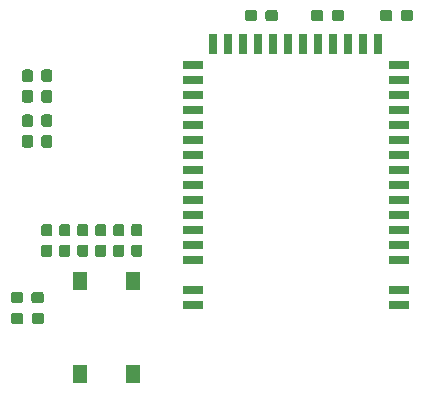
<source format=gbr>
G04 #@! TF.GenerationSoftware,KiCad,Pcbnew,(5.1.2)-2*
G04 #@! TF.CreationDate,2019-12-12T19:30:32+01:00*
G04 #@! TF.ProjectId,KernadouDomoPiloteDinCPU,4b65726e-6164-46f7-9544-6f6d6f50696c,rev?*
G04 #@! TF.SameCoordinates,Original*
G04 #@! TF.FileFunction,Paste,Top*
G04 #@! TF.FilePolarity,Positive*
%FSLAX46Y46*%
G04 Gerber Fmt 4.6, Leading zero omitted, Abs format (unit mm)*
G04 Created by KiCad (PCBNEW (5.1.2)-2) date 2019-12-12 19:30:32*
%MOMM*%
%LPD*%
G04 APERTURE LIST*
%ADD10R,1.800000X0.700000*%
%ADD11R,0.700000X1.800000*%
%ADD12C,0.100000*%
%ADD13C,0.950000*%
%ADD14R,1.300000X1.550000*%
G04 APERTURE END LIST*
D10*
X123558000Y-94334000D03*
X123558000Y-93064000D03*
X123558000Y-90524000D03*
X123558000Y-89254000D03*
X123558000Y-87984000D03*
X123558000Y-86714000D03*
X123558000Y-85444000D03*
X123558000Y-84174000D03*
X123558000Y-82904000D03*
X123558000Y-81634000D03*
X123558000Y-80364000D03*
X123558000Y-79094000D03*
X123558000Y-77824000D03*
X123558000Y-76554000D03*
X123558000Y-75284000D03*
X123558000Y-74014000D03*
D11*
X121793000Y-72264000D03*
X120523000Y-72264000D03*
X119253000Y-72264000D03*
X117983000Y-72264000D03*
X116713000Y-72264000D03*
X115443000Y-72264000D03*
X114173000Y-72264000D03*
X112903000Y-72264000D03*
X111633000Y-72264000D03*
X110363000Y-72264000D03*
X109093000Y-72264000D03*
X107823000Y-72264000D03*
D10*
X106058000Y-74014000D03*
X106058000Y-75284000D03*
X106058000Y-76554000D03*
X106058000Y-77824000D03*
X106058000Y-79094000D03*
X106058000Y-80364000D03*
X106058000Y-81634000D03*
X106058000Y-82904000D03*
X106058000Y-84174000D03*
X106058000Y-85444000D03*
X106058000Y-86714000D03*
X106058000Y-87984000D03*
X106058000Y-89254000D03*
X106058000Y-90524000D03*
X106058000Y-93064000D03*
X106058000Y-94334000D03*
D12*
G36*
X95510779Y-87501144D02*
G01*
X95533834Y-87504563D01*
X95556443Y-87510227D01*
X95578387Y-87518079D01*
X95599457Y-87528044D01*
X95619448Y-87540026D01*
X95638168Y-87553910D01*
X95655438Y-87569562D01*
X95671090Y-87586832D01*
X95684974Y-87605552D01*
X95696956Y-87625543D01*
X95706921Y-87646613D01*
X95714773Y-87668557D01*
X95720437Y-87691166D01*
X95723856Y-87714221D01*
X95725000Y-87737500D01*
X95725000Y-88312500D01*
X95723856Y-88335779D01*
X95720437Y-88358834D01*
X95714773Y-88381443D01*
X95706921Y-88403387D01*
X95696956Y-88424457D01*
X95684974Y-88444448D01*
X95671090Y-88463168D01*
X95655438Y-88480438D01*
X95638168Y-88496090D01*
X95619448Y-88509974D01*
X95599457Y-88521956D01*
X95578387Y-88531921D01*
X95556443Y-88539773D01*
X95533834Y-88545437D01*
X95510779Y-88548856D01*
X95487500Y-88550000D01*
X95012500Y-88550000D01*
X94989221Y-88548856D01*
X94966166Y-88545437D01*
X94943557Y-88539773D01*
X94921613Y-88531921D01*
X94900543Y-88521956D01*
X94880552Y-88509974D01*
X94861832Y-88496090D01*
X94844562Y-88480438D01*
X94828910Y-88463168D01*
X94815026Y-88444448D01*
X94803044Y-88424457D01*
X94793079Y-88403387D01*
X94785227Y-88381443D01*
X94779563Y-88358834D01*
X94776144Y-88335779D01*
X94775000Y-88312500D01*
X94775000Y-87737500D01*
X94776144Y-87714221D01*
X94779563Y-87691166D01*
X94785227Y-87668557D01*
X94793079Y-87646613D01*
X94803044Y-87625543D01*
X94815026Y-87605552D01*
X94828910Y-87586832D01*
X94844562Y-87569562D01*
X94861832Y-87553910D01*
X94880552Y-87540026D01*
X94900543Y-87528044D01*
X94921613Y-87518079D01*
X94943557Y-87510227D01*
X94966166Y-87504563D01*
X94989221Y-87501144D01*
X95012500Y-87500000D01*
X95487500Y-87500000D01*
X95510779Y-87501144D01*
X95510779Y-87501144D01*
G37*
D13*
X95250000Y-88025000D03*
D12*
G36*
X95510779Y-89251144D02*
G01*
X95533834Y-89254563D01*
X95556443Y-89260227D01*
X95578387Y-89268079D01*
X95599457Y-89278044D01*
X95619448Y-89290026D01*
X95638168Y-89303910D01*
X95655438Y-89319562D01*
X95671090Y-89336832D01*
X95684974Y-89355552D01*
X95696956Y-89375543D01*
X95706921Y-89396613D01*
X95714773Y-89418557D01*
X95720437Y-89441166D01*
X95723856Y-89464221D01*
X95725000Y-89487500D01*
X95725000Y-90062500D01*
X95723856Y-90085779D01*
X95720437Y-90108834D01*
X95714773Y-90131443D01*
X95706921Y-90153387D01*
X95696956Y-90174457D01*
X95684974Y-90194448D01*
X95671090Y-90213168D01*
X95655438Y-90230438D01*
X95638168Y-90246090D01*
X95619448Y-90259974D01*
X95599457Y-90271956D01*
X95578387Y-90281921D01*
X95556443Y-90289773D01*
X95533834Y-90295437D01*
X95510779Y-90298856D01*
X95487500Y-90300000D01*
X95012500Y-90300000D01*
X94989221Y-90298856D01*
X94966166Y-90295437D01*
X94943557Y-90289773D01*
X94921613Y-90281921D01*
X94900543Y-90271956D01*
X94880552Y-90259974D01*
X94861832Y-90246090D01*
X94844562Y-90230438D01*
X94828910Y-90213168D01*
X94815026Y-90194448D01*
X94803044Y-90174457D01*
X94793079Y-90153387D01*
X94785227Y-90131443D01*
X94779563Y-90108834D01*
X94776144Y-90085779D01*
X94775000Y-90062500D01*
X94775000Y-89487500D01*
X94776144Y-89464221D01*
X94779563Y-89441166D01*
X94785227Y-89418557D01*
X94793079Y-89396613D01*
X94803044Y-89375543D01*
X94815026Y-89355552D01*
X94828910Y-89336832D01*
X94844562Y-89319562D01*
X94861832Y-89303910D01*
X94880552Y-89290026D01*
X94900543Y-89278044D01*
X94921613Y-89268079D01*
X94943557Y-89260227D01*
X94966166Y-89254563D01*
X94989221Y-89251144D01*
X95012500Y-89250000D01*
X95487500Y-89250000D01*
X95510779Y-89251144D01*
X95510779Y-89251144D01*
G37*
D13*
X95250000Y-89775000D03*
D12*
G36*
X101606779Y-87487144D02*
G01*
X101629834Y-87490563D01*
X101652443Y-87496227D01*
X101674387Y-87504079D01*
X101695457Y-87514044D01*
X101715448Y-87526026D01*
X101734168Y-87539910D01*
X101751438Y-87555562D01*
X101767090Y-87572832D01*
X101780974Y-87591552D01*
X101792956Y-87611543D01*
X101802921Y-87632613D01*
X101810773Y-87654557D01*
X101816437Y-87677166D01*
X101819856Y-87700221D01*
X101821000Y-87723500D01*
X101821000Y-88298500D01*
X101819856Y-88321779D01*
X101816437Y-88344834D01*
X101810773Y-88367443D01*
X101802921Y-88389387D01*
X101792956Y-88410457D01*
X101780974Y-88430448D01*
X101767090Y-88449168D01*
X101751438Y-88466438D01*
X101734168Y-88482090D01*
X101715448Y-88495974D01*
X101695457Y-88507956D01*
X101674387Y-88517921D01*
X101652443Y-88525773D01*
X101629834Y-88531437D01*
X101606779Y-88534856D01*
X101583500Y-88536000D01*
X101108500Y-88536000D01*
X101085221Y-88534856D01*
X101062166Y-88531437D01*
X101039557Y-88525773D01*
X101017613Y-88517921D01*
X100996543Y-88507956D01*
X100976552Y-88495974D01*
X100957832Y-88482090D01*
X100940562Y-88466438D01*
X100924910Y-88449168D01*
X100911026Y-88430448D01*
X100899044Y-88410457D01*
X100889079Y-88389387D01*
X100881227Y-88367443D01*
X100875563Y-88344834D01*
X100872144Y-88321779D01*
X100871000Y-88298500D01*
X100871000Y-87723500D01*
X100872144Y-87700221D01*
X100875563Y-87677166D01*
X100881227Y-87654557D01*
X100889079Y-87632613D01*
X100899044Y-87611543D01*
X100911026Y-87591552D01*
X100924910Y-87572832D01*
X100940562Y-87555562D01*
X100957832Y-87539910D01*
X100976552Y-87526026D01*
X100996543Y-87514044D01*
X101017613Y-87504079D01*
X101039557Y-87496227D01*
X101062166Y-87490563D01*
X101085221Y-87487144D01*
X101108500Y-87486000D01*
X101583500Y-87486000D01*
X101606779Y-87487144D01*
X101606779Y-87487144D01*
G37*
D13*
X101346000Y-88011000D03*
D12*
G36*
X101606779Y-89237144D02*
G01*
X101629834Y-89240563D01*
X101652443Y-89246227D01*
X101674387Y-89254079D01*
X101695457Y-89264044D01*
X101715448Y-89276026D01*
X101734168Y-89289910D01*
X101751438Y-89305562D01*
X101767090Y-89322832D01*
X101780974Y-89341552D01*
X101792956Y-89361543D01*
X101802921Y-89382613D01*
X101810773Y-89404557D01*
X101816437Y-89427166D01*
X101819856Y-89450221D01*
X101821000Y-89473500D01*
X101821000Y-90048500D01*
X101819856Y-90071779D01*
X101816437Y-90094834D01*
X101810773Y-90117443D01*
X101802921Y-90139387D01*
X101792956Y-90160457D01*
X101780974Y-90180448D01*
X101767090Y-90199168D01*
X101751438Y-90216438D01*
X101734168Y-90232090D01*
X101715448Y-90245974D01*
X101695457Y-90257956D01*
X101674387Y-90267921D01*
X101652443Y-90275773D01*
X101629834Y-90281437D01*
X101606779Y-90284856D01*
X101583500Y-90286000D01*
X101108500Y-90286000D01*
X101085221Y-90284856D01*
X101062166Y-90281437D01*
X101039557Y-90275773D01*
X101017613Y-90267921D01*
X100996543Y-90257956D01*
X100976552Y-90245974D01*
X100957832Y-90232090D01*
X100940562Y-90216438D01*
X100924910Y-90199168D01*
X100911026Y-90180448D01*
X100899044Y-90160457D01*
X100889079Y-90139387D01*
X100881227Y-90117443D01*
X100875563Y-90094834D01*
X100872144Y-90071779D01*
X100871000Y-90048500D01*
X100871000Y-89473500D01*
X100872144Y-89450221D01*
X100875563Y-89427166D01*
X100881227Y-89404557D01*
X100889079Y-89382613D01*
X100899044Y-89361543D01*
X100911026Y-89341552D01*
X100924910Y-89322832D01*
X100940562Y-89305562D01*
X100957832Y-89289910D01*
X100976552Y-89276026D01*
X100996543Y-89264044D01*
X101017613Y-89254079D01*
X101039557Y-89246227D01*
X101062166Y-89240563D01*
X101085221Y-89237144D01*
X101108500Y-89236000D01*
X101583500Y-89236000D01*
X101606779Y-89237144D01*
X101606779Y-89237144D01*
G37*
D13*
X101346000Y-89761000D03*
D12*
G36*
X98558779Y-87501144D02*
G01*
X98581834Y-87504563D01*
X98604443Y-87510227D01*
X98626387Y-87518079D01*
X98647457Y-87528044D01*
X98667448Y-87540026D01*
X98686168Y-87553910D01*
X98703438Y-87569562D01*
X98719090Y-87586832D01*
X98732974Y-87605552D01*
X98744956Y-87625543D01*
X98754921Y-87646613D01*
X98762773Y-87668557D01*
X98768437Y-87691166D01*
X98771856Y-87714221D01*
X98773000Y-87737500D01*
X98773000Y-88312500D01*
X98771856Y-88335779D01*
X98768437Y-88358834D01*
X98762773Y-88381443D01*
X98754921Y-88403387D01*
X98744956Y-88424457D01*
X98732974Y-88444448D01*
X98719090Y-88463168D01*
X98703438Y-88480438D01*
X98686168Y-88496090D01*
X98667448Y-88509974D01*
X98647457Y-88521956D01*
X98626387Y-88531921D01*
X98604443Y-88539773D01*
X98581834Y-88545437D01*
X98558779Y-88548856D01*
X98535500Y-88550000D01*
X98060500Y-88550000D01*
X98037221Y-88548856D01*
X98014166Y-88545437D01*
X97991557Y-88539773D01*
X97969613Y-88531921D01*
X97948543Y-88521956D01*
X97928552Y-88509974D01*
X97909832Y-88496090D01*
X97892562Y-88480438D01*
X97876910Y-88463168D01*
X97863026Y-88444448D01*
X97851044Y-88424457D01*
X97841079Y-88403387D01*
X97833227Y-88381443D01*
X97827563Y-88358834D01*
X97824144Y-88335779D01*
X97823000Y-88312500D01*
X97823000Y-87737500D01*
X97824144Y-87714221D01*
X97827563Y-87691166D01*
X97833227Y-87668557D01*
X97841079Y-87646613D01*
X97851044Y-87625543D01*
X97863026Y-87605552D01*
X97876910Y-87586832D01*
X97892562Y-87569562D01*
X97909832Y-87553910D01*
X97928552Y-87540026D01*
X97948543Y-87528044D01*
X97969613Y-87518079D01*
X97991557Y-87510227D01*
X98014166Y-87504563D01*
X98037221Y-87501144D01*
X98060500Y-87500000D01*
X98535500Y-87500000D01*
X98558779Y-87501144D01*
X98558779Y-87501144D01*
G37*
D13*
X98298000Y-88025000D03*
D12*
G36*
X98558779Y-89251144D02*
G01*
X98581834Y-89254563D01*
X98604443Y-89260227D01*
X98626387Y-89268079D01*
X98647457Y-89278044D01*
X98667448Y-89290026D01*
X98686168Y-89303910D01*
X98703438Y-89319562D01*
X98719090Y-89336832D01*
X98732974Y-89355552D01*
X98744956Y-89375543D01*
X98754921Y-89396613D01*
X98762773Y-89418557D01*
X98768437Y-89441166D01*
X98771856Y-89464221D01*
X98773000Y-89487500D01*
X98773000Y-90062500D01*
X98771856Y-90085779D01*
X98768437Y-90108834D01*
X98762773Y-90131443D01*
X98754921Y-90153387D01*
X98744956Y-90174457D01*
X98732974Y-90194448D01*
X98719090Y-90213168D01*
X98703438Y-90230438D01*
X98686168Y-90246090D01*
X98667448Y-90259974D01*
X98647457Y-90271956D01*
X98626387Y-90281921D01*
X98604443Y-90289773D01*
X98581834Y-90295437D01*
X98558779Y-90298856D01*
X98535500Y-90300000D01*
X98060500Y-90300000D01*
X98037221Y-90298856D01*
X98014166Y-90295437D01*
X97991557Y-90289773D01*
X97969613Y-90281921D01*
X97948543Y-90271956D01*
X97928552Y-90259974D01*
X97909832Y-90246090D01*
X97892562Y-90230438D01*
X97876910Y-90213168D01*
X97863026Y-90194448D01*
X97851044Y-90174457D01*
X97841079Y-90153387D01*
X97833227Y-90131443D01*
X97827563Y-90108834D01*
X97824144Y-90085779D01*
X97823000Y-90062500D01*
X97823000Y-89487500D01*
X97824144Y-89464221D01*
X97827563Y-89441166D01*
X97833227Y-89418557D01*
X97841079Y-89396613D01*
X97851044Y-89375543D01*
X97863026Y-89355552D01*
X97876910Y-89336832D01*
X97892562Y-89319562D01*
X97909832Y-89303910D01*
X97928552Y-89290026D01*
X97948543Y-89278044D01*
X97969613Y-89268079D01*
X97991557Y-89260227D01*
X98014166Y-89254563D01*
X98037221Y-89251144D01*
X98060500Y-89250000D01*
X98535500Y-89250000D01*
X98558779Y-89251144D01*
X98558779Y-89251144D01*
G37*
D13*
X98298000Y-89775000D03*
D12*
G36*
X92335779Y-79980144D02*
G01*
X92358834Y-79983563D01*
X92381443Y-79989227D01*
X92403387Y-79997079D01*
X92424457Y-80007044D01*
X92444448Y-80019026D01*
X92463168Y-80032910D01*
X92480438Y-80048562D01*
X92496090Y-80065832D01*
X92509974Y-80084552D01*
X92521956Y-80104543D01*
X92531921Y-80125613D01*
X92539773Y-80147557D01*
X92545437Y-80170166D01*
X92548856Y-80193221D01*
X92550000Y-80216500D01*
X92550000Y-80791500D01*
X92548856Y-80814779D01*
X92545437Y-80837834D01*
X92539773Y-80860443D01*
X92531921Y-80882387D01*
X92521956Y-80903457D01*
X92509974Y-80923448D01*
X92496090Y-80942168D01*
X92480438Y-80959438D01*
X92463168Y-80975090D01*
X92444448Y-80988974D01*
X92424457Y-81000956D01*
X92403387Y-81010921D01*
X92381443Y-81018773D01*
X92358834Y-81024437D01*
X92335779Y-81027856D01*
X92312500Y-81029000D01*
X91837500Y-81029000D01*
X91814221Y-81027856D01*
X91791166Y-81024437D01*
X91768557Y-81018773D01*
X91746613Y-81010921D01*
X91725543Y-81000956D01*
X91705552Y-80988974D01*
X91686832Y-80975090D01*
X91669562Y-80959438D01*
X91653910Y-80942168D01*
X91640026Y-80923448D01*
X91628044Y-80903457D01*
X91618079Y-80882387D01*
X91610227Y-80860443D01*
X91604563Y-80837834D01*
X91601144Y-80814779D01*
X91600000Y-80791500D01*
X91600000Y-80216500D01*
X91601144Y-80193221D01*
X91604563Y-80170166D01*
X91610227Y-80147557D01*
X91618079Y-80125613D01*
X91628044Y-80104543D01*
X91640026Y-80084552D01*
X91653910Y-80065832D01*
X91669562Y-80048562D01*
X91686832Y-80032910D01*
X91705552Y-80019026D01*
X91725543Y-80007044D01*
X91746613Y-79997079D01*
X91768557Y-79989227D01*
X91791166Y-79983563D01*
X91814221Y-79980144D01*
X91837500Y-79979000D01*
X92312500Y-79979000D01*
X92335779Y-79980144D01*
X92335779Y-79980144D01*
G37*
D13*
X92075000Y-80504000D03*
D12*
G36*
X92335779Y-78230144D02*
G01*
X92358834Y-78233563D01*
X92381443Y-78239227D01*
X92403387Y-78247079D01*
X92424457Y-78257044D01*
X92444448Y-78269026D01*
X92463168Y-78282910D01*
X92480438Y-78298562D01*
X92496090Y-78315832D01*
X92509974Y-78334552D01*
X92521956Y-78354543D01*
X92531921Y-78375613D01*
X92539773Y-78397557D01*
X92545437Y-78420166D01*
X92548856Y-78443221D01*
X92550000Y-78466500D01*
X92550000Y-79041500D01*
X92548856Y-79064779D01*
X92545437Y-79087834D01*
X92539773Y-79110443D01*
X92531921Y-79132387D01*
X92521956Y-79153457D01*
X92509974Y-79173448D01*
X92496090Y-79192168D01*
X92480438Y-79209438D01*
X92463168Y-79225090D01*
X92444448Y-79238974D01*
X92424457Y-79250956D01*
X92403387Y-79260921D01*
X92381443Y-79268773D01*
X92358834Y-79274437D01*
X92335779Y-79277856D01*
X92312500Y-79279000D01*
X91837500Y-79279000D01*
X91814221Y-79277856D01*
X91791166Y-79274437D01*
X91768557Y-79268773D01*
X91746613Y-79260921D01*
X91725543Y-79250956D01*
X91705552Y-79238974D01*
X91686832Y-79225090D01*
X91669562Y-79209438D01*
X91653910Y-79192168D01*
X91640026Y-79173448D01*
X91628044Y-79153457D01*
X91618079Y-79132387D01*
X91610227Y-79110443D01*
X91604563Y-79087834D01*
X91601144Y-79064779D01*
X91600000Y-79041500D01*
X91600000Y-78466500D01*
X91601144Y-78443221D01*
X91604563Y-78420166D01*
X91610227Y-78397557D01*
X91618079Y-78375613D01*
X91628044Y-78354543D01*
X91640026Y-78334552D01*
X91653910Y-78315832D01*
X91669562Y-78298562D01*
X91686832Y-78282910D01*
X91705552Y-78269026D01*
X91725543Y-78257044D01*
X91746613Y-78247079D01*
X91768557Y-78239227D01*
X91791166Y-78233563D01*
X91814221Y-78230144D01*
X91837500Y-78229000D01*
X92312500Y-78229000D01*
X92335779Y-78230144D01*
X92335779Y-78230144D01*
G37*
D13*
X92075000Y-78754000D03*
D12*
G36*
X92335779Y-76170144D02*
G01*
X92358834Y-76173563D01*
X92381443Y-76179227D01*
X92403387Y-76187079D01*
X92424457Y-76197044D01*
X92444448Y-76209026D01*
X92463168Y-76222910D01*
X92480438Y-76238562D01*
X92496090Y-76255832D01*
X92509974Y-76274552D01*
X92521956Y-76294543D01*
X92531921Y-76315613D01*
X92539773Y-76337557D01*
X92545437Y-76360166D01*
X92548856Y-76383221D01*
X92550000Y-76406500D01*
X92550000Y-76981500D01*
X92548856Y-77004779D01*
X92545437Y-77027834D01*
X92539773Y-77050443D01*
X92531921Y-77072387D01*
X92521956Y-77093457D01*
X92509974Y-77113448D01*
X92496090Y-77132168D01*
X92480438Y-77149438D01*
X92463168Y-77165090D01*
X92444448Y-77178974D01*
X92424457Y-77190956D01*
X92403387Y-77200921D01*
X92381443Y-77208773D01*
X92358834Y-77214437D01*
X92335779Y-77217856D01*
X92312500Y-77219000D01*
X91837500Y-77219000D01*
X91814221Y-77217856D01*
X91791166Y-77214437D01*
X91768557Y-77208773D01*
X91746613Y-77200921D01*
X91725543Y-77190956D01*
X91705552Y-77178974D01*
X91686832Y-77165090D01*
X91669562Y-77149438D01*
X91653910Y-77132168D01*
X91640026Y-77113448D01*
X91628044Y-77093457D01*
X91618079Y-77072387D01*
X91610227Y-77050443D01*
X91604563Y-77027834D01*
X91601144Y-77004779D01*
X91600000Y-76981500D01*
X91600000Y-76406500D01*
X91601144Y-76383221D01*
X91604563Y-76360166D01*
X91610227Y-76337557D01*
X91618079Y-76315613D01*
X91628044Y-76294543D01*
X91640026Y-76274552D01*
X91653910Y-76255832D01*
X91669562Y-76238562D01*
X91686832Y-76222910D01*
X91705552Y-76209026D01*
X91725543Y-76197044D01*
X91746613Y-76187079D01*
X91768557Y-76179227D01*
X91791166Y-76173563D01*
X91814221Y-76170144D01*
X91837500Y-76169000D01*
X92312500Y-76169000D01*
X92335779Y-76170144D01*
X92335779Y-76170144D01*
G37*
D13*
X92075000Y-76694000D03*
D12*
G36*
X92335779Y-74420144D02*
G01*
X92358834Y-74423563D01*
X92381443Y-74429227D01*
X92403387Y-74437079D01*
X92424457Y-74447044D01*
X92444448Y-74459026D01*
X92463168Y-74472910D01*
X92480438Y-74488562D01*
X92496090Y-74505832D01*
X92509974Y-74524552D01*
X92521956Y-74544543D01*
X92531921Y-74565613D01*
X92539773Y-74587557D01*
X92545437Y-74610166D01*
X92548856Y-74633221D01*
X92550000Y-74656500D01*
X92550000Y-75231500D01*
X92548856Y-75254779D01*
X92545437Y-75277834D01*
X92539773Y-75300443D01*
X92531921Y-75322387D01*
X92521956Y-75343457D01*
X92509974Y-75363448D01*
X92496090Y-75382168D01*
X92480438Y-75399438D01*
X92463168Y-75415090D01*
X92444448Y-75428974D01*
X92424457Y-75440956D01*
X92403387Y-75450921D01*
X92381443Y-75458773D01*
X92358834Y-75464437D01*
X92335779Y-75467856D01*
X92312500Y-75469000D01*
X91837500Y-75469000D01*
X91814221Y-75467856D01*
X91791166Y-75464437D01*
X91768557Y-75458773D01*
X91746613Y-75450921D01*
X91725543Y-75440956D01*
X91705552Y-75428974D01*
X91686832Y-75415090D01*
X91669562Y-75399438D01*
X91653910Y-75382168D01*
X91640026Y-75363448D01*
X91628044Y-75343457D01*
X91618079Y-75322387D01*
X91610227Y-75300443D01*
X91604563Y-75277834D01*
X91601144Y-75254779D01*
X91600000Y-75231500D01*
X91600000Y-74656500D01*
X91601144Y-74633221D01*
X91604563Y-74610166D01*
X91610227Y-74587557D01*
X91618079Y-74565613D01*
X91628044Y-74544543D01*
X91640026Y-74524552D01*
X91653910Y-74505832D01*
X91669562Y-74488562D01*
X91686832Y-74472910D01*
X91705552Y-74459026D01*
X91725543Y-74447044D01*
X91746613Y-74437079D01*
X91768557Y-74429227D01*
X91791166Y-74423563D01*
X91814221Y-74420144D01*
X91837500Y-74419000D01*
X92312500Y-74419000D01*
X92335779Y-74420144D01*
X92335779Y-74420144D01*
G37*
D13*
X92075000Y-74944000D03*
D12*
G36*
X93246779Y-93252144D02*
G01*
X93269834Y-93255563D01*
X93292443Y-93261227D01*
X93314387Y-93269079D01*
X93335457Y-93279044D01*
X93355448Y-93291026D01*
X93374168Y-93304910D01*
X93391438Y-93320562D01*
X93407090Y-93337832D01*
X93420974Y-93356552D01*
X93432956Y-93376543D01*
X93442921Y-93397613D01*
X93450773Y-93419557D01*
X93456437Y-93442166D01*
X93459856Y-93465221D01*
X93461000Y-93488500D01*
X93461000Y-93963500D01*
X93459856Y-93986779D01*
X93456437Y-94009834D01*
X93450773Y-94032443D01*
X93442921Y-94054387D01*
X93432956Y-94075457D01*
X93420974Y-94095448D01*
X93407090Y-94114168D01*
X93391438Y-94131438D01*
X93374168Y-94147090D01*
X93355448Y-94160974D01*
X93335457Y-94172956D01*
X93314387Y-94182921D01*
X93292443Y-94190773D01*
X93269834Y-94196437D01*
X93246779Y-94199856D01*
X93223500Y-94201000D01*
X92648500Y-94201000D01*
X92625221Y-94199856D01*
X92602166Y-94196437D01*
X92579557Y-94190773D01*
X92557613Y-94182921D01*
X92536543Y-94172956D01*
X92516552Y-94160974D01*
X92497832Y-94147090D01*
X92480562Y-94131438D01*
X92464910Y-94114168D01*
X92451026Y-94095448D01*
X92439044Y-94075457D01*
X92429079Y-94054387D01*
X92421227Y-94032443D01*
X92415563Y-94009834D01*
X92412144Y-93986779D01*
X92411000Y-93963500D01*
X92411000Y-93488500D01*
X92412144Y-93465221D01*
X92415563Y-93442166D01*
X92421227Y-93419557D01*
X92429079Y-93397613D01*
X92439044Y-93376543D01*
X92451026Y-93356552D01*
X92464910Y-93337832D01*
X92480562Y-93320562D01*
X92497832Y-93304910D01*
X92516552Y-93291026D01*
X92536543Y-93279044D01*
X92557613Y-93269079D01*
X92579557Y-93261227D01*
X92602166Y-93255563D01*
X92625221Y-93252144D01*
X92648500Y-93251000D01*
X93223500Y-93251000D01*
X93246779Y-93252144D01*
X93246779Y-93252144D01*
G37*
D13*
X92936000Y-93726000D03*
D12*
G36*
X91496779Y-93252144D02*
G01*
X91519834Y-93255563D01*
X91542443Y-93261227D01*
X91564387Y-93269079D01*
X91585457Y-93279044D01*
X91605448Y-93291026D01*
X91624168Y-93304910D01*
X91641438Y-93320562D01*
X91657090Y-93337832D01*
X91670974Y-93356552D01*
X91682956Y-93376543D01*
X91692921Y-93397613D01*
X91700773Y-93419557D01*
X91706437Y-93442166D01*
X91709856Y-93465221D01*
X91711000Y-93488500D01*
X91711000Y-93963500D01*
X91709856Y-93986779D01*
X91706437Y-94009834D01*
X91700773Y-94032443D01*
X91692921Y-94054387D01*
X91682956Y-94075457D01*
X91670974Y-94095448D01*
X91657090Y-94114168D01*
X91641438Y-94131438D01*
X91624168Y-94147090D01*
X91605448Y-94160974D01*
X91585457Y-94172956D01*
X91564387Y-94182921D01*
X91542443Y-94190773D01*
X91519834Y-94196437D01*
X91496779Y-94199856D01*
X91473500Y-94201000D01*
X90898500Y-94201000D01*
X90875221Y-94199856D01*
X90852166Y-94196437D01*
X90829557Y-94190773D01*
X90807613Y-94182921D01*
X90786543Y-94172956D01*
X90766552Y-94160974D01*
X90747832Y-94147090D01*
X90730562Y-94131438D01*
X90714910Y-94114168D01*
X90701026Y-94095448D01*
X90689044Y-94075457D01*
X90679079Y-94054387D01*
X90671227Y-94032443D01*
X90665563Y-94009834D01*
X90662144Y-93986779D01*
X90661000Y-93963500D01*
X90661000Y-93488500D01*
X90662144Y-93465221D01*
X90665563Y-93442166D01*
X90671227Y-93419557D01*
X90679079Y-93397613D01*
X90689044Y-93376543D01*
X90701026Y-93356552D01*
X90714910Y-93337832D01*
X90730562Y-93320562D01*
X90747832Y-93304910D01*
X90766552Y-93291026D01*
X90786543Y-93279044D01*
X90807613Y-93269079D01*
X90829557Y-93261227D01*
X90852166Y-93255563D01*
X90875221Y-93252144D01*
X90898500Y-93251000D01*
X91473500Y-93251000D01*
X91496779Y-93252144D01*
X91496779Y-93252144D01*
G37*
D13*
X91186000Y-93726000D03*
D12*
G36*
X118674779Y-69376144D02*
G01*
X118697834Y-69379563D01*
X118720443Y-69385227D01*
X118742387Y-69393079D01*
X118763457Y-69403044D01*
X118783448Y-69415026D01*
X118802168Y-69428910D01*
X118819438Y-69444562D01*
X118835090Y-69461832D01*
X118848974Y-69480552D01*
X118860956Y-69500543D01*
X118870921Y-69521613D01*
X118878773Y-69543557D01*
X118884437Y-69566166D01*
X118887856Y-69589221D01*
X118889000Y-69612500D01*
X118889000Y-70087500D01*
X118887856Y-70110779D01*
X118884437Y-70133834D01*
X118878773Y-70156443D01*
X118870921Y-70178387D01*
X118860956Y-70199457D01*
X118848974Y-70219448D01*
X118835090Y-70238168D01*
X118819438Y-70255438D01*
X118802168Y-70271090D01*
X118783448Y-70284974D01*
X118763457Y-70296956D01*
X118742387Y-70306921D01*
X118720443Y-70314773D01*
X118697834Y-70320437D01*
X118674779Y-70323856D01*
X118651500Y-70325000D01*
X118076500Y-70325000D01*
X118053221Y-70323856D01*
X118030166Y-70320437D01*
X118007557Y-70314773D01*
X117985613Y-70306921D01*
X117964543Y-70296956D01*
X117944552Y-70284974D01*
X117925832Y-70271090D01*
X117908562Y-70255438D01*
X117892910Y-70238168D01*
X117879026Y-70219448D01*
X117867044Y-70199457D01*
X117857079Y-70178387D01*
X117849227Y-70156443D01*
X117843563Y-70133834D01*
X117840144Y-70110779D01*
X117839000Y-70087500D01*
X117839000Y-69612500D01*
X117840144Y-69589221D01*
X117843563Y-69566166D01*
X117849227Y-69543557D01*
X117857079Y-69521613D01*
X117867044Y-69500543D01*
X117879026Y-69480552D01*
X117892910Y-69461832D01*
X117908562Y-69444562D01*
X117925832Y-69428910D01*
X117944552Y-69415026D01*
X117964543Y-69403044D01*
X117985613Y-69393079D01*
X118007557Y-69385227D01*
X118030166Y-69379563D01*
X118053221Y-69376144D01*
X118076500Y-69375000D01*
X118651500Y-69375000D01*
X118674779Y-69376144D01*
X118674779Y-69376144D01*
G37*
D13*
X118364000Y-69850000D03*
D12*
G36*
X116924779Y-69376144D02*
G01*
X116947834Y-69379563D01*
X116970443Y-69385227D01*
X116992387Y-69393079D01*
X117013457Y-69403044D01*
X117033448Y-69415026D01*
X117052168Y-69428910D01*
X117069438Y-69444562D01*
X117085090Y-69461832D01*
X117098974Y-69480552D01*
X117110956Y-69500543D01*
X117120921Y-69521613D01*
X117128773Y-69543557D01*
X117134437Y-69566166D01*
X117137856Y-69589221D01*
X117139000Y-69612500D01*
X117139000Y-70087500D01*
X117137856Y-70110779D01*
X117134437Y-70133834D01*
X117128773Y-70156443D01*
X117120921Y-70178387D01*
X117110956Y-70199457D01*
X117098974Y-70219448D01*
X117085090Y-70238168D01*
X117069438Y-70255438D01*
X117052168Y-70271090D01*
X117033448Y-70284974D01*
X117013457Y-70296956D01*
X116992387Y-70306921D01*
X116970443Y-70314773D01*
X116947834Y-70320437D01*
X116924779Y-70323856D01*
X116901500Y-70325000D01*
X116326500Y-70325000D01*
X116303221Y-70323856D01*
X116280166Y-70320437D01*
X116257557Y-70314773D01*
X116235613Y-70306921D01*
X116214543Y-70296956D01*
X116194552Y-70284974D01*
X116175832Y-70271090D01*
X116158562Y-70255438D01*
X116142910Y-70238168D01*
X116129026Y-70219448D01*
X116117044Y-70199457D01*
X116107079Y-70178387D01*
X116099227Y-70156443D01*
X116093563Y-70133834D01*
X116090144Y-70110779D01*
X116089000Y-70087500D01*
X116089000Y-69612500D01*
X116090144Y-69589221D01*
X116093563Y-69566166D01*
X116099227Y-69543557D01*
X116107079Y-69521613D01*
X116117044Y-69500543D01*
X116129026Y-69480552D01*
X116142910Y-69461832D01*
X116158562Y-69444562D01*
X116175832Y-69428910D01*
X116194552Y-69415026D01*
X116214543Y-69403044D01*
X116235613Y-69393079D01*
X116257557Y-69385227D01*
X116280166Y-69379563D01*
X116303221Y-69376144D01*
X116326500Y-69375000D01*
X116901500Y-69375000D01*
X116924779Y-69376144D01*
X116924779Y-69376144D01*
G37*
D13*
X116614000Y-69850000D03*
D12*
G36*
X111308779Y-69376144D02*
G01*
X111331834Y-69379563D01*
X111354443Y-69385227D01*
X111376387Y-69393079D01*
X111397457Y-69403044D01*
X111417448Y-69415026D01*
X111436168Y-69428910D01*
X111453438Y-69444562D01*
X111469090Y-69461832D01*
X111482974Y-69480552D01*
X111494956Y-69500543D01*
X111504921Y-69521613D01*
X111512773Y-69543557D01*
X111518437Y-69566166D01*
X111521856Y-69589221D01*
X111523000Y-69612500D01*
X111523000Y-70087500D01*
X111521856Y-70110779D01*
X111518437Y-70133834D01*
X111512773Y-70156443D01*
X111504921Y-70178387D01*
X111494956Y-70199457D01*
X111482974Y-70219448D01*
X111469090Y-70238168D01*
X111453438Y-70255438D01*
X111436168Y-70271090D01*
X111417448Y-70284974D01*
X111397457Y-70296956D01*
X111376387Y-70306921D01*
X111354443Y-70314773D01*
X111331834Y-70320437D01*
X111308779Y-70323856D01*
X111285500Y-70325000D01*
X110710500Y-70325000D01*
X110687221Y-70323856D01*
X110664166Y-70320437D01*
X110641557Y-70314773D01*
X110619613Y-70306921D01*
X110598543Y-70296956D01*
X110578552Y-70284974D01*
X110559832Y-70271090D01*
X110542562Y-70255438D01*
X110526910Y-70238168D01*
X110513026Y-70219448D01*
X110501044Y-70199457D01*
X110491079Y-70178387D01*
X110483227Y-70156443D01*
X110477563Y-70133834D01*
X110474144Y-70110779D01*
X110473000Y-70087500D01*
X110473000Y-69612500D01*
X110474144Y-69589221D01*
X110477563Y-69566166D01*
X110483227Y-69543557D01*
X110491079Y-69521613D01*
X110501044Y-69500543D01*
X110513026Y-69480552D01*
X110526910Y-69461832D01*
X110542562Y-69444562D01*
X110559832Y-69428910D01*
X110578552Y-69415026D01*
X110598543Y-69403044D01*
X110619613Y-69393079D01*
X110641557Y-69385227D01*
X110664166Y-69379563D01*
X110687221Y-69376144D01*
X110710500Y-69375000D01*
X111285500Y-69375000D01*
X111308779Y-69376144D01*
X111308779Y-69376144D01*
G37*
D13*
X110998000Y-69850000D03*
D12*
G36*
X113058779Y-69376144D02*
G01*
X113081834Y-69379563D01*
X113104443Y-69385227D01*
X113126387Y-69393079D01*
X113147457Y-69403044D01*
X113167448Y-69415026D01*
X113186168Y-69428910D01*
X113203438Y-69444562D01*
X113219090Y-69461832D01*
X113232974Y-69480552D01*
X113244956Y-69500543D01*
X113254921Y-69521613D01*
X113262773Y-69543557D01*
X113268437Y-69566166D01*
X113271856Y-69589221D01*
X113273000Y-69612500D01*
X113273000Y-70087500D01*
X113271856Y-70110779D01*
X113268437Y-70133834D01*
X113262773Y-70156443D01*
X113254921Y-70178387D01*
X113244956Y-70199457D01*
X113232974Y-70219448D01*
X113219090Y-70238168D01*
X113203438Y-70255438D01*
X113186168Y-70271090D01*
X113167448Y-70284974D01*
X113147457Y-70296956D01*
X113126387Y-70306921D01*
X113104443Y-70314773D01*
X113081834Y-70320437D01*
X113058779Y-70323856D01*
X113035500Y-70325000D01*
X112460500Y-70325000D01*
X112437221Y-70323856D01*
X112414166Y-70320437D01*
X112391557Y-70314773D01*
X112369613Y-70306921D01*
X112348543Y-70296956D01*
X112328552Y-70284974D01*
X112309832Y-70271090D01*
X112292562Y-70255438D01*
X112276910Y-70238168D01*
X112263026Y-70219448D01*
X112251044Y-70199457D01*
X112241079Y-70178387D01*
X112233227Y-70156443D01*
X112227563Y-70133834D01*
X112224144Y-70110779D01*
X112223000Y-70087500D01*
X112223000Y-69612500D01*
X112224144Y-69589221D01*
X112227563Y-69566166D01*
X112233227Y-69543557D01*
X112241079Y-69521613D01*
X112251044Y-69500543D01*
X112263026Y-69480552D01*
X112276910Y-69461832D01*
X112292562Y-69444562D01*
X112309832Y-69428910D01*
X112328552Y-69415026D01*
X112348543Y-69403044D01*
X112369613Y-69393079D01*
X112391557Y-69385227D01*
X112414166Y-69379563D01*
X112437221Y-69376144D01*
X112460500Y-69375000D01*
X113035500Y-69375000D01*
X113058779Y-69376144D01*
X113058779Y-69376144D01*
G37*
D13*
X112748000Y-69850000D03*
D12*
G36*
X93986779Y-76170144D02*
G01*
X94009834Y-76173563D01*
X94032443Y-76179227D01*
X94054387Y-76187079D01*
X94075457Y-76197044D01*
X94095448Y-76209026D01*
X94114168Y-76222910D01*
X94131438Y-76238562D01*
X94147090Y-76255832D01*
X94160974Y-76274552D01*
X94172956Y-76294543D01*
X94182921Y-76315613D01*
X94190773Y-76337557D01*
X94196437Y-76360166D01*
X94199856Y-76383221D01*
X94201000Y-76406500D01*
X94201000Y-76981500D01*
X94199856Y-77004779D01*
X94196437Y-77027834D01*
X94190773Y-77050443D01*
X94182921Y-77072387D01*
X94172956Y-77093457D01*
X94160974Y-77113448D01*
X94147090Y-77132168D01*
X94131438Y-77149438D01*
X94114168Y-77165090D01*
X94095448Y-77178974D01*
X94075457Y-77190956D01*
X94054387Y-77200921D01*
X94032443Y-77208773D01*
X94009834Y-77214437D01*
X93986779Y-77217856D01*
X93963500Y-77219000D01*
X93488500Y-77219000D01*
X93465221Y-77217856D01*
X93442166Y-77214437D01*
X93419557Y-77208773D01*
X93397613Y-77200921D01*
X93376543Y-77190956D01*
X93356552Y-77178974D01*
X93337832Y-77165090D01*
X93320562Y-77149438D01*
X93304910Y-77132168D01*
X93291026Y-77113448D01*
X93279044Y-77093457D01*
X93269079Y-77072387D01*
X93261227Y-77050443D01*
X93255563Y-77027834D01*
X93252144Y-77004779D01*
X93251000Y-76981500D01*
X93251000Y-76406500D01*
X93252144Y-76383221D01*
X93255563Y-76360166D01*
X93261227Y-76337557D01*
X93269079Y-76315613D01*
X93279044Y-76294543D01*
X93291026Y-76274552D01*
X93304910Y-76255832D01*
X93320562Y-76238562D01*
X93337832Y-76222910D01*
X93356552Y-76209026D01*
X93376543Y-76197044D01*
X93397613Y-76187079D01*
X93419557Y-76179227D01*
X93442166Y-76173563D01*
X93465221Y-76170144D01*
X93488500Y-76169000D01*
X93963500Y-76169000D01*
X93986779Y-76170144D01*
X93986779Y-76170144D01*
G37*
D13*
X93726000Y-76694000D03*
D12*
G36*
X93986779Y-74420144D02*
G01*
X94009834Y-74423563D01*
X94032443Y-74429227D01*
X94054387Y-74437079D01*
X94075457Y-74447044D01*
X94095448Y-74459026D01*
X94114168Y-74472910D01*
X94131438Y-74488562D01*
X94147090Y-74505832D01*
X94160974Y-74524552D01*
X94172956Y-74544543D01*
X94182921Y-74565613D01*
X94190773Y-74587557D01*
X94196437Y-74610166D01*
X94199856Y-74633221D01*
X94201000Y-74656500D01*
X94201000Y-75231500D01*
X94199856Y-75254779D01*
X94196437Y-75277834D01*
X94190773Y-75300443D01*
X94182921Y-75322387D01*
X94172956Y-75343457D01*
X94160974Y-75363448D01*
X94147090Y-75382168D01*
X94131438Y-75399438D01*
X94114168Y-75415090D01*
X94095448Y-75428974D01*
X94075457Y-75440956D01*
X94054387Y-75450921D01*
X94032443Y-75458773D01*
X94009834Y-75464437D01*
X93986779Y-75467856D01*
X93963500Y-75469000D01*
X93488500Y-75469000D01*
X93465221Y-75467856D01*
X93442166Y-75464437D01*
X93419557Y-75458773D01*
X93397613Y-75450921D01*
X93376543Y-75440956D01*
X93356552Y-75428974D01*
X93337832Y-75415090D01*
X93320562Y-75399438D01*
X93304910Y-75382168D01*
X93291026Y-75363448D01*
X93279044Y-75343457D01*
X93269079Y-75322387D01*
X93261227Y-75300443D01*
X93255563Y-75277834D01*
X93252144Y-75254779D01*
X93251000Y-75231500D01*
X93251000Y-74656500D01*
X93252144Y-74633221D01*
X93255563Y-74610166D01*
X93261227Y-74587557D01*
X93269079Y-74565613D01*
X93279044Y-74544543D01*
X93291026Y-74524552D01*
X93304910Y-74505832D01*
X93320562Y-74488562D01*
X93337832Y-74472910D01*
X93356552Y-74459026D01*
X93376543Y-74447044D01*
X93397613Y-74437079D01*
X93419557Y-74429227D01*
X93442166Y-74423563D01*
X93465221Y-74420144D01*
X93488500Y-74419000D01*
X93963500Y-74419000D01*
X93986779Y-74420144D01*
X93986779Y-74420144D01*
G37*
D13*
X93726000Y-74944000D03*
D14*
X96556000Y-92291000D03*
X101056000Y-92291000D03*
X101056000Y-100241000D03*
X96556000Y-100241000D03*
D12*
G36*
X122766779Y-69376144D02*
G01*
X122789834Y-69379563D01*
X122812443Y-69385227D01*
X122834387Y-69393079D01*
X122855457Y-69403044D01*
X122875448Y-69415026D01*
X122894168Y-69428910D01*
X122911438Y-69444562D01*
X122927090Y-69461832D01*
X122940974Y-69480552D01*
X122952956Y-69500543D01*
X122962921Y-69521613D01*
X122970773Y-69543557D01*
X122976437Y-69566166D01*
X122979856Y-69589221D01*
X122981000Y-69612500D01*
X122981000Y-70087500D01*
X122979856Y-70110779D01*
X122976437Y-70133834D01*
X122970773Y-70156443D01*
X122962921Y-70178387D01*
X122952956Y-70199457D01*
X122940974Y-70219448D01*
X122927090Y-70238168D01*
X122911438Y-70255438D01*
X122894168Y-70271090D01*
X122875448Y-70284974D01*
X122855457Y-70296956D01*
X122834387Y-70306921D01*
X122812443Y-70314773D01*
X122789834Y-70320437D01*
X122766779Y-70323856D01*
X122743500Y-70325000D01*
X122168500Y-70325000D01*
X122145221Y-70323856D01*
X122122166Y-70320437D01*
X122099557Y-70314773D01*
X122077613Y-70306921D01*
X122056543Y-70296956D01*
X122036552Y-70284974D01*
X122017832Y-70271090D01*
X122000562Y-70255438D01*
X121984910Y-70238168D01*
X121971026Y-70219448D01*
X121959044Y-70199457D01*
X121949079Y-70178387D01*
X121941227Y-70156443D01*
X121935563Y-70133834D01*
X121932144Y-70110779D01*
X121931000Y-70087500D01*
X121931000Y-69612500D01*
X121932144Y-69589221D01*
X121935563Y-69566166D01*
X121941227Y-69543557D01*
X121949079Y-69521613D01*
X121959044Y-69500543D01*
X121971026Y-69480552D01*
X121984910Y-69461832D01*
X122000562Y-69444562D01*
X122017832Y-69428910D01*
X122036552Y-69415026D01*
X122056543Y-69403044D01*
X122077613Y-69393079D01*
X122099557Y-69385227D01*
X122122166Y-69379563D01*
X122145221Y-69376144D01*
X122168500Y-69375000D01*
X122743500Y-69375000D01*
X122766779Y-69376144D01*
X122766779Y-69376144D01*
G37*
D13*
X122456000Y-69850000D03*
D12*
G36*
X124516779Y-69376144D02*
G01*
X124539834Y-69379563D01*
X124562443Y-69385227D01*
X124584387Y-69393079D01*
X124605457Y-69403044D01*
X124625448Y-69415026D01*
X124644168Y-69428910D01*
X124661438Y-69444562D01*
X124677090Y-69461832D01*
X124690974Y-69480552D01*
X124702956Y-69500543D01*
X124712921Y-69521613D01*
X124720773Y-69543557D01*
X124726437Y-69566166D01*
X124729856Y-69589221D01*
X124731000Y-69612500D01*
X124731000Y-70087500D01*
X124729856Y-70110779D01*
X124726437Y-70133834D01*
X124720773Y-70156443D01*
X124712921Y-70178387D01*
X124702956Y-70199457D01*
X124690974Y-70219448D01*
X124677090Y-70238168D01*
X124661438Y-70255438D01*
X124644168Y-70271090D01*
X124625448Y-70284974D01*
X124605457Y-70296956D01*
X124584387Y-70306921D01*
X124562443Y-70314773D01*
X124539834Y-70320437D01*
X124516779Y-70323856D01*
X124493500Y-70325000D01*
X123918500Y-70325000D01*
X123895221Y-70323856D01*
X123872166Y-70320437D01*
X123849557Y-70314773D01*
X123827613Y-70306921D01*
X123806543Y-70296956D01*
X123786552Y-70284974D01*
X123767832Y-70271090D01*
X123750562Y-70255438D01*
X123734910Y-70238168D01*
X123721026Y-70219448D01*
X123709044Y-70199457D01*
X123699079Y-70178387D01*
X123691227Y-70156443D01*
X123685563Y-70133834D01*
X123682144Y-70110779D01*
X123681000Y-70087500D01*
X123681000Y-69612500D01*
X123682144Y-69589221D01*
X123685563Y-69566166D01*
X123691227Y-69543557D01*
X123699079Y-69521613D01*
X123709044Y-69500543D01*
X123721026Y-69480552D01*
X123734910Y-69461832D01*
X123750562Y-69444562D01*
X123767832Y-69428910D01*
X123786552Y-69415026D01*
X123806543Y-69403044D01*
X123827613Y-69393079D01*
X123849557Y-69385227D01*
X123872166Y-69379563D01*
X123895221Y-69376144D01*
X123918500Y-69375000D01*
X124493500Y-69375000D01*
X124516779Y-69376144D01*
X124516779Y-69376144D01*
G37*
D13*
X124206000Y-69850000D03*
D12*
G36*
X91524779Y-95030144D02*
G01*
X91547834Y-95033563D01*
X91570443Y-95039227D01*
X91592387Y-95047079D01*
X91613457Y-95057044D01*
X91633448Y-95069026D01*
X91652168Y-95082910D01*
X91669438Y-95098562D01*
X91685090Y-95115832D01*
X91698974Y-95134552D01*
X91710956Y-95154543D01*
X91720921Y-95175613D01*
X91728773Y-95197557D01*
X91734437Y-95220166D01*
X91737856Y-95243221D01*
X91739000Y-95266500D01*
X91739000Y-95741500D01*
X91737856Y-95764779D01*
X91734437Y-95787834D01*
X91728773Y-95810443D01*
X91720921Y-95832387D01*
X91710956Y-95853457D01*
X91698974Y-95873448D01*
X91685090Y-95892168D01*
X91669438Y-95909438D01*
X91652168Y-95925090D01*
X91633448Y-95938974D01*
X91613457Y-95950956D01*
X91592387Y-95960921D01*
X91570443Y-95968773D01*
X91547834Y-95974437D01*
X91524779Y-95977856D01*
X91501500Y-95979000D01*
X90926500Y-95979000D01*
X90903221Y-95977856D01*
X90880166Y-95974437D01*
X90857557Y-95968773D01*
X90835613Y-95960921D01*
X90814543Y-95950956D01*
X90794552Y-95938974D01*
X90775832Y-95925090D01*
X90758562Y-95909438D01*
X90742910Y-95892168D01*
X90729026Y-95873448D01*
X90717044Y-95853457D01*
X90707079Y-95832387D01*
X90699227Y-95810443D01*
X90693563Y-95787834D01*
X90690144Y-95764779D01*
X90689000Y-95741500D01*
X90689000Y-95266500D01*
X90690144Y-95243221D01*
X90693563Y-95220166D01*
X90699227Y-95197557D01*
X90707079Y-95175613D01*
X90717044Y-95154543D01*
X90729026Y-95134552D01*
X90742910Y-95115832D01*
X90758562Y-95098562D01*
X90775832Y-95082910D01*
X90794552Y-95069026D01*
X90814543Y-95057044D01*
X90835613Y-95047079D01*
X90857557Y-95039227D01*
X90880166Y-95033563D01*
X90903221Y-95030144D01*
X90926500Y-95029000D01*
X91501500Y-95029000D01*
X91524779Y-95030144D01*
X91524779Y-95030144D01*
G37*
D13*
X91214000Y-95504000D03*
D12*
G36*
X93274779Y-95030144D02*
G01*
X93297834Y-95033563D01*
X93320443Y-95039227D01*
X93342387Y-95047079D01*
X93363457Y-95057044D01*
X93383448Y-95069026D01*
X93402168Y-95082910D01*
X93419438Y-95098562D01*
X93435090Y-95115832D01*
X93448974Y-95134552D01*
X93460956Y-95154543D01*
X93470921Y-95175613D01*
X93478773Y-95197557D01*
X93484437Y-95220166D01*
X93487856Y-95243221D01*
X93489000Y-95266500D01*
X93489000Y-95741500D01*
X93487856Y-95764779D01*
X93484437Y-95787834D01*
X93478773Y-95810443D01*
X93470921Y-95832387D01*
X93460956Y-95853457D01*
X93448974Y-95873448D01*
X93435090Y-95892168D01*
X93419438Y-95909438D01*
X93402168Y-95925090D01*
X93383448Y-95938974D01*
X93363457Y-95950956D01*
X93342387Y-95960921D01*
X93320443Y-95968773D01*
X93297834Y-95974437D01*
X93274779Y-95977856D01*
X93251500Y-95979000D01*
X92676500Y-95979000D01*
X92653221Y-95977856D01*
X92630166Y-95974437D01*
X92607557Y-95968773D01*
X92585613Y-95960921D01*
X92564543Y-95950956D01*
X92544552Y-95938974D01*
X92525832Y-95925090D01*
X92508562Y-95909438D01*
X92492910Y-95892168D01*
X92479026Y-95873448D01*
X92467044Y-95853457D01*
X92457079Y-95832387D01*
X92449227Y-95810443D01*
X92443563Y-95787834D01*
X92440144Y-95764779D01*
X92439000Y-95741500D01*
X92439000Y-95266500D01*
X92440144Y-95243221D01*
X92443563Y-95220166D01*
X92449227Y-95197557D01*
X92457079Y-95175613D01*
X92467044Y-95154543D01*
X92479026Y-95134552D01*
X92492910Y-95115832D01*
X92508562Y-95098562D01*
X92525832Y-95082910D01*
X92544552Y-95069026D01*
X92564543Y-95057044D01*
X92585613Y-95047079D01*
X92607557Y-95039227D01*
X92630166Y-95033563D01*
X92653221Y-95030144D01*
X92676500Y-95029000D01*
X93251500Y-95029000D01*
X93274779Y-95030144D01*
X93274779Y-95030144D01*
G37*
D13*
X92964000Y-95504000D03*
D12*
G36*
X100082779Y-89251144D02*
G01*
X100105834Y-89254563D01*
X100128443Y-89260227D01*
X100150387Y-89268079D01*
X100171457Y-89278044D01*
X100191448Y-89290026D01*
X100210168Y-89303910D01*
X100227438Y-89319562D01*
X100243090Y-89336832D01*
X100256974Y-89355552D01*
X100268956Y-89375543D01*
X100278921Y-89396613D01*
X100286773Y-89418557D01*
X100292437Y-89441166D01*
X100295856Y-89464221D01*
X100297000Y-89487500D01*
X100297000Y-90062500D01*
X100295856Y-90085779D01*
X100292437Y-90108834D01*
X100286773Y-90131443D01*
X100278921Y-90153387D01*
X100268956Y-90174457D01*
X100256974Y-90194448D01*
X100243090Y-90213168D01*
X100227438Y-90230438D01*
X100210168Y-90246090D01*
X100191448Y-90259974D01*
X100171457Y-90271956D01*
X100150387Y-90281921D01*
X100128443Y-90289773D01*
X100105834Y-90295437D01*
X100082779Y-90298856D01*
X100059500Y-90300000D01*
X99584500Y-90300000D01*
X99561221Y-90298856D01*
X99538166Y-90295437D01*
X99515557Y-90289773D01*
X99493613Y-90281921D01*
X99472543Y-90271956D01*
X99452552Y-90259974D01*
X99433832Y-90246090D01*
X99416562Y-90230438D01*
X99400910Y-90213168D01*
X99387026Y-90194448D01*
X99375044Y-90174457D01*
X99365079Y-90153387D01*
X99357227Y-90131443D01*
X99351563Y-90108834D01*
X99348144Y-90085779D01*
X99347000Y-90062500D01*
X99347000Y-89487500D01*
X99348144Y-89464221D01*
X99351563Y-89441166D01*
X99357227Y-89418557D01*
X99365079Y-89396613D01*
X99375044Y-89375543D01*
X99387026Y-89355552D01*
X99400910Y-89336832D01*
X99416562Y-89319562D01*
X99433832Y-89303910D01*
X99452552Y-89290026D01*
X99472543Y-89278044D01*
X99493613Y-89268079D01*
X99515557Y-89260227D01*
X99538166Y-89254563D01*
X99561221Y-89251144D01*
X99584500Y-89250000D01*
X100059500Y-89250000D01*
X100082779Y-89251144D01*
X100082779Y-89251144D01*
G37*
D13*
X99822000Y-89775000D03*
D12*
G36*
X100082779Y-87501144D02*
G01*
X100105834Y-87504563D01*
X100128443Y-87510227D01*
X100150387Y-87518079D01*
X100171457Y-87528044D01*
X100191448Y-87540026D01*
X100210168Y-87553910D01*
X100227438Y-87569562D01*
X100243090Y-87586832D01*
X100256974Y-87605552D01*
X100268956Y-87625543D01*
X100278921Y-87646613D01*
X100286773Y-87668557D01*
X100292437Y-87691166D01*
X100295856Y-87714221D01*
X100297000Y-87737500D01*
X100297000Y-88312500D01*
X100295856Y-88335779D01*
X100292437Y-88358834D01*
X100286773Y-88381443D01*
X100278921Y-88403387D01*
X100268956Y-88424457D01*
X100256974Y-88444448D01*
X100243090Y-88463168D01*
X100227438Y-88480438D01*
X100210168Y-88496090D01*
X100191448Y-88509974D01*
X100171457Y-88521956D01*
X100150387Y-88531921D01*
X100128443Y-88539773D01*
X100105834Y-88545437D01*
X100082779Y-88548856D01*
X100059500Y-88550000D01*
X99584500Y-88550000D01*
X99561221Y-88548856D01*
X99538166Y-88545437D01*
X99515557Y-88539773D01*
X99493613Y-88531921D01*
X99472543Y-88521956D01*
X99452552Y-88509974D01*
X99433832Y-88496090D01*
X99416562Y-88480438D01*
X99400910Y-88463168D01*
X99387026Y-88444448D01*
X99375044Y-88424457D01*
X99365079Y-88403387D01*
X99357227Y-88381443D01*
X99351563Y-88358834D01*
X99348144Y-88335779D01*
X99347000Y-88312500D01*
X99347000Y-87737500D01*
X99348144Y-87714221D01*
X99351563Y-87691166D01*
X99357227Y-87668557D01*
X99365079Y-87646613D01*
X99375044Y-87625543D01*
X99387026Y-87605552D01*
X99400910Y-87586832D01*
X99416562Y-87569562D01*
X99433832Y-87553910D01*
X99452552Y-87540026D01*
X99472543Y-87528044D01*
X99493613Y-87518079D01*
X99515557Y-87510227D01*
X99538166Y-87504563D01*
X99561221Y-87501144D01*
X99584500Y-87500000D01*
X100059500Y-87500000D01*
X100082779Y-87501144D01*
X100082779Y-87501144D01*
G37*
D13*
X99822000Y-88025000D03*
D12*
G36*
X97034779Y-87487144D02*
G01*
X97057834Y-87490563D01*
X97080443Y-87496227D01*
X97102387Y-87504079D01*
X97123457Y-87514044D01*
X97143448Y-87526026D01*
X97162168Y-87539910D01*
X97179438Y-87555562D01*
X97195090Y-87572832D01*
X97208974Y-87591552D01*
X97220956Y-87611543D01*
X97230921Y-87632613D01*
X97238773Y-87654557D01*
X97244437Y-87677166D01*
X97247856Y-87700221D01*
X97249000Y-87723500D01*
X97249000Y-88298500D01*
X97247856Y-88321779D01*
X97244437Y-88344834D01*
X97238773Y-88367443D01*
X97230921Y-88389387D01*
X97220956Y-88410457D01*
X97208974Y-88430448D01*
X97195090Y-88449168D01*
X97179438Y-88466438D01*
X97162168Y-88482090D01*
X97143448Y-88495974D01*
X97123457Y-88507956D01*
X97102387Y-88517921D01*
X97080443Y-88525773D01*
X97057834Y-88531437D01*
X97034779Y-88534856D01*
X97011500Y-88536000D01*
X96536500Y-88536000D01*
X96513221Y-88534856D01*
X96490166Y-88531437D01*
X96467557Y-88525773D01*
X96445613Y-88517921D01*
X96424543Y-88507956D01*
X96404552Y-88495974D01*
X96385832Y-88482090D01*
X96368562Y-88466438D01*
X96352910Y-88449168D01*
X96339026Y-88430448D01*
X96327044Y-88410457D01*
X96317079Y-88389387D01*
X96309227Y-88367443D01*
X96303563Y-88344834D01*
X96300144Y-88321779D01*
X96299000Y-88298500D01*
X96299000Y-87723500D01*
X96300144Y-87700221D01*
X96303563Y-87677166D01*
X96309227Y-87654557D01*
X96317079Y-87632613D01*
X96327044Y-87611543D01*
X96339026Y-87591552D01*
X96352910Y-87572832D01*
X96368562Y-87555562D01*
X96385832Y-87539910D01*
X96404552Y-87526026D01*
X96424543Y-87514044D01*
X96445613Y-87504079D01*
X96467557Y-87496227D01*
X96490166Y-87490563D01*
X96513221Y-87487144D01*
X96536500Y-87486000D01*
X97011500Y-87486000D01*
X97034779Y-87487144D01*
X97034779Y-87487144D01*
G37*
D13*
X96774000Y-88011000D03*
D12*
G36*
X97034779Y-89237144D02*
G01*
X97057834Y-89240563D01*
X97080443Y-89246227D01*
X97102387Y-89254079D01*
X97123457Y-89264044D01*
X97143448Y-89276026D01*
X97162168Y-89289910D01*
X97179438Y-89305562D01*
X97195090Y-89322832D01*
X97208974Y-89341552D01*
X97220956Y-89361543D01*
X97230921Y-89382613D01*
X97238773Y-89404557D01*
X97244437Y-89427166D01*
X97247856Y-89450221D01*
X97249000Y-89473500D01*
X97249000Y-90048500D01*
X97247856Y-90071779D01*
X97244437Y-90094834D01*
X97238773Y-90117443D01*
X97230921Y-90139387D01*
X97220956Y-90160457D01*
X97208974Y-90180448D01*
X97195090Y-90199168D01*
X97179438Y-90216438D01*
X97162168Y-90232090D01*
X97143448Y-90245974D01*
X97123457Y-90257956D01*
X97102387Y-90267921D01*
X97080443Y-90275773D01*
X97057834Y-90281437D01*
X97034779Y-90284856D01*
X97011500Y-90286000D01*
X96536500Y-90286000D01*
X96513221Y-90284856D01*
X96490166Y-90281437D01*
X96467557Y-90275773D01*
X96445613Y-90267921D01*
X96424543Y-90257956D01*
X96404552Y-90245974D01*
X96385832Y-90232090D01*
X96368562Y-90216438D01*
X96352910Y-90199168D01*
X96339026Y-90180448D01*
X96327044Y-90160457D01*
X96317079Y-90139387D01*
X96309227Y-90117443D01*
X96303563Y-90094834D01*
X96300144Y-90071779D01*
X96299000Y-90048500D01*
X96299000Y-89473500D01*
X96300144Y-89450221D01*
X96303563Y-89427166D01*
X96309227Y-89404557D01*
X96317079Y-89382613D01*
X96327044Y-89361543D01*
X96339026Y-89341552D01*
X96352910Y-89322832D01*
X96368562Y-89305562D01*
X96385832Y-89289910D01*
X96404552Y-89276026D01*
X96424543Y-89264044D01*
X96445613Y-89254079D01*
X96467557Y-89246227D01*
X96490166Y-89240563D01*
X96513221Y-89237144D01*
X96536500Y-89236000D01*
X97011500Y-89236000D01*
X97034779Y-89237144D01*
X97034779Y-89237144D01*
G37*
D13*
X96774000Y-89761000D03*
D12*
G36*
X93986779Y-89251144D02*
G01*
X94009834Y-89254563D01*
X94032443Y-89260227D01*
X94054387Y-89268079D01*
X94075457Y-89278044D01*
X94095448Y-89290026D01*
X94114168Y-89303910D01*
X94131438Y-89319562D01*
X94147090Y-89336832D01*
X94160974Y-89355552D01*
X94172956Y-89375543D01*
X94182921Y-89396613D01*
X94190773Y-89418557D01*
X94196437Y-89441166D01*
X94199856Y-89464221D01*
X94201000Y-89487500D01*
X94201000Y-90062500D01*
X94199856Y-90085779D01*
X94196437Y-90108834D01*
X94190773Y-90131443D01*
X94182921Y-90153387D01*
X94172956Y-90174457D01*
X94160974Y-90194448D01*
X94147090Y-90213168D01*
X94131438Y-90230438D01*
X94114168Y-90246090D01*
X94095448Y-90259974D01*
X94075457Y-90271956D01*
X94054387Y-90281921D01*
X94032443Y-90289773D01*
X94009834Y-90295437D01*
X93986779Y-90298856D01*
X93963500Y-90300000D01*
X93488500Y-90300000D01*
X93465221Y-90298856D01*
X93442166Y-90295437D01*
X93419557Y-90289773D01*
X93397613Y-90281921D01*
X93376543Y-90271956D01*
X93356552Y-90259974D01*
X93337832Y-90246090D01*
X93320562Y-90230438D01*
X93304910Y-90213168D01*
X93291026Y-90194448D01*
X93279044Y-90174457D01*
X93269079Y-90153387D01*
X93261227Y-90131443D01*
X93255563Y-90108834D01*
X93252144Y-90085779D01*
X93251000Y-90062500D01*
X93251000Y-89487500D01*
X93252144Y-89464221D01*
X93255563Y-89441166D01*
X93261227Y-89418557D01*
X93269079Y-89396613D01*
X93279044Y-89375543D01*
X93291026Y-89355552D01*
X93304910Y-89336832D01*
X93320562Y-89319562D01*
X93337832Y-89303910D01*
X93356552Y-89290026D01*
X93376543Y-89278044D01*
X93397613Y-89268079D01*
X93419557Y-89260227D01*
X93442166Y-89254563D01*
X93465221Y-89251144D01*
X93488500Y-89250000D01*
X93963500Y-89250000D01*
X93986779Y-89251144D01*
X93986779Y-89251144D01*
G37*
D13*
X93726000Y-89775000D03*
D12*
G36*
X93986779Y-87501144D02*
G01*
X94009834Y-87504563D01*
X94032443Y-87510227D01*
X94054387Y-87518079D01*
X94075457Y-87528044D01*
X94095448Y-87540026D01*
X94114168Y-87553910D01*
X94131438Y-87569562D01*
X94147090Y-87586832D01*
X94160974Y-87605552D01*
X94172956Y-87625543D01*
X94182921Y-87646613D01*
X94190773Y-87668557D01*
X94196437Y-87691166D01*
X94199856Y-87714221D01*
X94201000Y-87737500D01*
X94201000Y-88312500D01*
X94199856Y-88335779D01*
X94196437Y-88358834D01*
X94190773Y-88381443D01*
X94182921Y-88403387D01*
X94172956Y-88424457D01*
X94160974Y-88444448D01*
X94147090Y-88463168D01*
X94131438Y-88480438D01*
X94114168Y-88496090D01*
X94095448Y-88509974D01*
X94075457Y-88521956D01*
X94054387Y-88531921D01*
X94032443Y-88539773D01*
X94009834Y-88545437D01*
X93986779Y-88548856D01*
X93963500Y-88550000D01*
X93488500Y-88550000D01*
X93465221Y-88548856D01*
X93442166Y-88545437D01*
X93419557Y-88539773D01*
X93397613Y-88531921D01*
X93376543Y-88521956D01*
X93356552Y-88509974D01*
X93337832Y-88496090D01*
X93320562Y-88480438D01*
X93304910Y-88463168D01*
X93291026Y-88444448D01*
X93279044Y-88424457D01*
X93269079Y-88403387D01*
X93261227Y-88381443D01*
X93255563Y-88358834D01*
X93252144Y-88335779D01*
X93251000Y-88312500D01*
X93251000Y-87737500D01*
X93252144Y-87714221D01*
X93255563Y-87691166D01*
X93261227Y-87668557D01*
X93269079Y-87646613D01*
X93279044Y-87625543D01*
X93291026Y-87605552D01*
X93304910Y-87586832D01*
X93320562Y-87569562D01*
X93337832Y-87553910D01*
X93356552Y-87540026D01*
X93376543Y-87528044D01*
X93397613Y-87518079D01*
X93419557Y-87510227D01*
X93442166Y-87504563D01*
X93465221Y-87501144D01*
X93488500Y-87500000D01*
X93963500Y-87500000D01*
X93986779Y-87501144D01*
X93986779Y-87501144D01*
G37*
D13*
X93726000Y-88025000D03*
D12*
G36*
X93986779Y-79980144D02*
G01*
X94009834Y-79983563D01*
X94032443Y-79989227D01*
X94054387Y-79997079D01*
X94075457Y-80007044D01*
X94095448Y-80019026D01*
X94114168Y-80032910D01*
X94131438Y-80048562D01*
X94147090Y-80065832D01*
X94160974Y-80084552D01*
X94172956Y-80104543D01*
X94182921Y-80125613D01*
X94190773Y-80147557D01*
X94196437Y-80170166D01*
X94199856Y-80193221D01*
X94201000Y-80216500D01*
X94201000Y-80791500D01*
X94199856Y-80814779D01*
X94196437Y-80837834D01*
X94190773Y-80860443D01*
X94182921Y-80882387D01*
X94172956Y-80903457D01*
X94160974Y-80923448D01*
X94147090Y-80942168D01*
X94131438Y-80959438D01*
X94114168Y-80975090D01*
X94095448Y-80988974D01*
X94075457Y-81000956D01*
X94054387Y-81010921D01*
X94032443Y-81018773D01*
X94009834Y-81024437D01*
X93986779Y-81027856D01*
X93963500Y-81029000D01*
X93488500Y-81029000D01*
X93465221Y-81027856D01*
X93442166Y-81024437D01*
X93419557Y-81018773D01*
X93397613Y-81010921D01*
X93376543Y-81000956D01*
X93356552Y-80988974D01*
X93337832Y-80975090D01*
X93320562Y-80959438D01*
X93304910Y-80942168D01*
X93291026Y-80923448D01*
X93279044Y-80903457D01*
X93269079Y-80882387D01*
X93261227Y-80860443D01*
X93255563Y-80837834D01*
X93252144Y-80814779D01*
X93251000Y-80791500D01*
X93251000Y-80216500D01*
X93252144Y-80193221D01*
X93255563Y-80170166D01*
X93261227Y-80147557D01*
X93269079Y-80125613D01*
X93279044Y-80104543D01*
X93291026Y-80084552D01*
X93304910Y-80065832D01*
X93320562Y-80048562D01*
X93337832Y-80032910D01*
X93356552Y-80019026D01*
X93376543Y-80007044D01*
X93397613Y-79997079D01*
X93419557Y-79989227D01*
X93442166Y-79983563D01*
X93465221Y-79980144D01*
X93488500Y-79979000D01*
X93963500Y-79979000D01*
X93986779Y-79980144D01*
X93986779Y-79980144D01*
G37*
D13*
X93726000Y-80504000D03*
D12*
G36*
X93986779Y-78230144D02*
G01*
X94009834Y-78233563D01*
X94032443Y-78239227D01*
X94054387Y-78247079D01*
X94075457Y-78257044D01*
X94095448Y-78269026D01*
X94114168Y-78282910D01*
X94131438Y-78298562D01*
X94147090Y-78315832D01*
X94160974Y-78334552D01*
X94172956Y-78354543D01*
X94182921Y-78375613D01*
X94190773Y-78397557D01*
X94196437Y-78420166D01*
X94199856Y-78443221D01*
X94201000Y-78466500D01*
X94201000Y-79041500D01*
X94199856Y-79064779D01*
X94196437Y-79087834D01*
X94190773Y-79110443D01*
X94182921Y-79132387D01*
X94172956Y-79153457D01*
X94160974Y-79173448D01*
X94147090Y-79192168D01*
X94131438Y-79209438D01*
X94114168Y-79225090D01*
X94095448Y-79238974D01*
X94075457Y-79250956D01*
X94054387Y-79260921D01*
X94032443Y-79268773D01*
X94009834Y-79274437D01*
X93986779Y-79277856D01*
X93963500Y-79279000D01*
X93488500Y-79279000D01*
X93465221Y-79277856D01*
X93442166Y-79274437D01*
X93419557Y-79268773D01*
X93397613Y-79260921D01*
X93376543Y-79250956D01*
X93356552Y-79238974D01*
X93337832Y-79225090D01*
X93320562Y-79209438D01*
X93304910Y-79192168D01*
X93291026Y-79173448D01*
X93279044Y-79153457D01*
X93269079Y-79132387D01*
X93261227Y-79110443D01*
X93255563Y-79087834D01*
X93252144Y-79064779D01*
X93251000Y-79041500D01*
X93251000Y-78466500D01*
X93252144Y-78443221D01*
X93255563Y-78420166D01*
X93261227Y-78397557D01*
X93269079Y-78375613D01*
X93279044Y-78354543D01*
X93291026Y-78334552D01*
X93304910Y-78315832D01*
X93320562Y-78298562D01*
X93337832Y-78282910D01*
X93356552Y-78269026D01*
X93376543Y-78257044D01*
X93397613Y-78247079D01*
X93419557Y-78239227D01*
X93442166Y-78233563D01*
X93465221Y-78230144D01*
X93488500Y-78229000D01*
X93963500Y-78229000D01*
X93986779Y-78230144D01*
X93986779Y-78230144D01*
G37*
D13*
X93726000Y-78754000D03*
M02*

</source>
